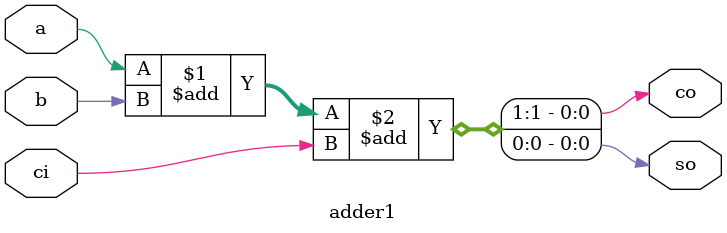
<source format=v>
module adder1 (a,b,ci,so,co);
    input a,b,ci;
    output so,co;
    assign {co,so}=a+b+ci;
    
endmodule
</source>
